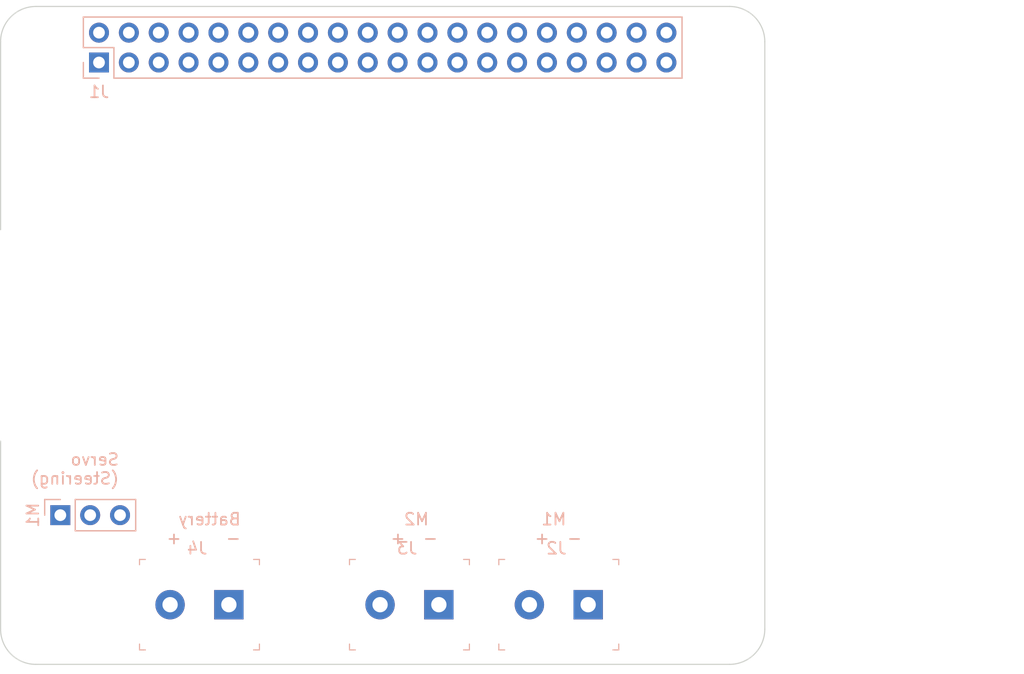
<source format=kicad_pcb>
(kicad_pcb (version 20221018) (generator pcbnew)
  (title_block (title "Raspberry Pi  Motor and Power Hat ") (date "2023-11-15") (rev "v0.0.1") (company "RIT MSD Team 18538"))
  (layers (0 "F.Cu" signal) (31 "B.Cu" signal) (34 "B.Paste" user) (35 "F.Paste" user) (36 "B.SilkS" user "B.Silkscreen") (37 "F.SilkS" user "F.Silkscreen") (38 "B.Mask" user) (39 "F.Mask" user) (44 "Edge.Cuts" user))
  (net 0 "")
  (net 1 "GND")
  (net 2 "/GPIO2{slash}SDA1")
  (net 3 "/GPIO3{slash}SCL1")
  (net 4 "/GPIO4{slash}GPCLK0")
  (net 5 "/GPIO14{slash}TXD0")
  (net 6 "/GPIO15{slash}RXD0")
  (net 7 "/GPIO17")
  (net 8 "/GPIO18{slash}PCM.CLK")
  (net 9 "/GPIO27")
  (net 10 "/GPIO22")
  (net 11 "/GPIO23")
  (net 12 "/GPIO24")
  (net 13 "/GPIO10{slash}SPI0.MOSI")
  (net 14 "/GPIO9{slash}SPI0.MISO")
  (net 15 "/GPIO25")
  (net 16 "/GPIO11{slash}SPI0.SCLK")
  (net 17 "/GPIO8{slash}SPI0.CE0")
  (net 18 "/GPIO7{slash}SPI0.CE1")
  (net 19 "/ID_SDA")
  (net 20 "/ID_SCL")
  (net 21 "/GPIO5")
  (net 22 "/GPIO6")
  (net 23 "/GPIO12{slash}PWM0")
  (net 24 "/GPIO13{slash}PWM1")
  (net 25 "/GPIO19{slash}PCM.FS")
  (net 26 "/GPIO16")
  (net 27 "/GPIO26")
  (net 28 "/GPIO20{slash}PCM.DIN")
  (net 29 "/GPIO21{slash}PCM.DOUT")
  (net 30 "+5V")
  (net 31 "+3V3")
  (net 32 "/Battery-")
  (net 33 "/Battery+")
  (net 34 "/DC_Motor1+")
  (net 35 "/DC_Motor1-")
  (net 36 "/DC_Motor2+")
  (net 37 "/DC_Motor2-")
  (footprint "MountingHole:MountingHole_2.7mm_M2.5" (layer "F.Cu") (at 161.5 47.5)
    (fp_text reference "MH2" hide)
    (fp_text value "MountingHole_2.7mm_M2.5" hide)
    (pad "" np_thru_hole circle locked (at 0 0) (size 2.7 2.7) (drill 2.7) (layers "*.Cu" "*.Mask"))
  )
  (footprint "MountingHole:MountingHole_2.7mm_M2.5" (layer "F.Cu") (at 103.5 96.5)
    (fp_text reference "MH3" hide)
    (fp_text value "MountingHole_2.7mm_M2.5" hide)
    (pad "" np_thru_hole circle locked (at 0 0) (size 2.7 2.7) (drill 2.7) (layers "*.Cu" "*.Mask"))
  )
  (footprint "MountingHole:MountingHole_2.7mm_M2.5" (layer "F.Cu") (at 103.5 47.5)
    (fp_text reference "MH1" hide)
    (fp_text value "MountingHole_2.7mm_M2.5" hide)
    (pad "" np_thru_hole circle locked (at 0 0) (size 2.7 2.7) (drill 2.7) (layers "*.Cu" "*.Mask"))
  )
  (footprint "MountingHole:MountingHole_2.7mm_M2.5" (layer "F.Cu") (at 161.5 96.5)
    (fp_text reference "MH4" hide)
    (fp_text value "MountingHole_2.7mm_M2.5" hide)
    (pad "" np_thru_hole circle locked (at 0 0) (size 2.7 2.7) (drill 2.7) (layers "*.Cu" "*.Mask"))
  )
  (footprint "Connector_PinSocket_2.54mm:PinSocket_2x20_P2.54mm_Vertical" (layer "B.Cu") (at 108.37 48.77 -90)
    (fp_text reference "J1" (at 2.5 0) (layer "B.SilkS") (effects (justify mirror)))
    (fp_text value "GPIO" hide)
    (fp_line (start -3.87 -49.59) (end 1.33 -49.59) (stroke (width 0.12)) (layer "B.SilkS"))
    (fp_line (start -3.87 1.33) (end -3.87 -49.59) (stroke (width 0.12)) (layer "B.SilkS"))
    (fp_line (start -3.87 1.33) (end -1.27 1.33) (stroke (width 0.12)) (layer "B.SilkS"))
    (fp_line (start -1.27 -1.27) (end 1.33 -1.27) (stroke (width 0.12)) (layer "B.SilkS"))
    (fp_line (start -1.27 1.33) (end -1.27 -1.27) (stroke (width 0.12)) (layer "B.SilkS"))
    (fp_line (start 0 1.33) (end 1.33 1.33) (stroke (width 0.12)) (layer "B.SilkS"))
    (fp_line (start 1.33 -1.27) (end 1.33 -49.59) (stroke (width 0.12)) (layer "B.SilkS"))
    (fp_line (start 1.33 1.33) (end 1.33 0) (stroke (width 0.12)) (layer "B.SilkS"))
    (pad "1" thru_hole rect (at 0 0 270) (size 1.7 1.7) (drill 1) (layers "*.Cu" "*.Mask") (net 31 "+3V3"))
    (pad "2" thru_hole oval (at -2.54 0 270) (size 1.7 1.7) (drill 1) (layers "*.Cu" "*.Mask") (net 30 "+5V"))
    (pad "3" thru_hole oval (at 0 -2.54 270) (size 1.7 1.7) (drill 1) (layers "*.Cu" "*.Mask") (net 2 "/GPIO2{slash}SDA1"))
    (pad "4" thru_hole oval (at -2.54 -2.54 270) (size 1.7 1.7) (drill 1) (layers "*.Cu" "*.Mask") (net 30 "+5V"))
    (pad "5" thru_hole oval (at 0 -5.08 270) (size 1.7 1.7) (drill 1) (layers "*.Cu" "*.Mask") (net 3 "/GPIO3{slash}SCL1"))
    (pad "6" thru_hole oval (at -2.54 -5.08 270) (size 1.7 1.7) (drill 1) (layers "*.Cu" "*.Mask") (net 1 "GND"))
    (pad "7" thru_hole oval (at 0 -7.62 270) (size 1.7 1.7) (drill 1) (layers "*.Cu" "*.Mask") (net 4 "/GPIO4{slash}GPCLK0"))
    (pad "8" thru_hole oval (at -2.54 -7.62 270) (size 1.7 1.7) (drill 1) (layers "*.Cu" "*.Mask") (net 5 "/GPIO14{slash}TXD0"))
    (pad "9" thru_hole oval (at 0 -10.16 270) (size 1.7 1.7) (drill 1) (layers "*.Cu" "*.Mask") (net 1 "GND"))
    (pad "10" thru_hole oval (at -2.54 -10.16 270) (size 1.7 1.7) (drill 1) (layers "*.Cu" "*.Mask") (net 6 "/GPIO15{slash}RXD0"))
    (pad "11" thru_hole oval (at 0 -12.7 270) (size 1.7 1.7) (drill 1) (layers "*.Cu" "*.Mask") (net 7 "/GPIO17"))
    (pad "12" thru_hole oval (at -2.54 -12.7 270) (size 1.7 1.7) (drill 1) (layers "*.Cu" "*.Mask") (net 8 "/GPIO18{slash}PCM.CLK"))
    (pad "13" thru_hole oval (at 0 -15.24 270) (size 1.7 1.7) (drill 1) (layers "*.Cu" "*.Mask") (net 9 "/GPIO27"))
    (pad "14" thru_hole oval (at -2.54 -15.24 270) (size 1.7 1.7) (drill 1) (layers "*.Cu" "*.Mask") (net 1 "GND"))
    (pad "15" thru_hole oval (at 0 -17.78 270) (size 1.7 1.7) (drill 1) (layers "*.Cu" "*.Mask") (net 10 "/GPIO22"))
    (pad "16" thru_hole oval (at -2.54 -17.78 270) (size 1.7 1.7) (drill 1) (layers "*.Cu" "*.Mask") (net 11 "/GPIO23"))
    (pad "17" thru_hole oval (at 0 -20.32 270) (size 1.7 1.7) (drill 1) (layers "*.Cu" "*.Mask") (net 31 "+3V3"))
    (pad "18" thru_hole oval (at -2.54 -20.32 270) (size 1.7 1.7) (drill 1) (layers "*.Cu" "*.Mask") (net 12 "/GPIO24"))
    (pad "19" thru_hole oval (at 0 -22.86 270) (size 1.7 1.7) (drill 1) (layers "*.Cu" "*.Mask") (net 13 "/GPIO10{slash}SPI0.MOSI"))
    (pad "20" thru_hole oval (at -2.54 -22.86 270) (size 1.7 1.7) (drill 1) (layers "*.Cu" "*.Mask") (net 1 "GND"))
    (pad "21" thru_hole oval (at 0 -25.4 270) (size 1.7 1.7) (drill 1) (layers "*.Cu" "*.Mask") (net 14 "/GPIO9{slash}SPI0.MISO"))
    (pad "22" thru_hole oval (at -2.54 -25.4 270) (size 1.7 1.7) (drill 1) (layers "*.Cu" "*.Mask") (net 15 "/GPIO25"))
    (pad "23" thru_hole oval (at 0 -27.94 270) (size 1.7 1.7) (drill 1) (layers "*.Cu" "*.Mask") (net 16 "/GPIO11{slash}SPI0.SCLK"))
    (pad "24" thru_hole oval (at -2.54 -27.94 270) (size 1.7 1.7) (drill 1) (layers "*.Cu" "*.Mask") (net 17 "/GPIO8{slash}SPI0.CE0"))
    (pad "25" thru_hole oval (at 0 -30.48 270) (size 1.7 1.7) (drill 1) (layers "*.Cu" "*.Mask") (net 1 "GND"))
    (pad "26" thru_hole oval (at -2.54 -30.48 270) (size 1.7 1.7) (drill 1) (layers "*.Cu" "*.Mask") (net 18 "/GPIO7{slash}SPI0.CE1"))
    (pad "27" thru_hole oval (at 0 -33.02 270) (size 1.7 1.7) (drill 1) (layers "*.Cu" "*.Mask") (net 19 "/ID_SDA"))
    (pad "28" thru_hole oval (at -2.54 -33.02 270) (size 1.7 1.7) (drill 1) (layers "*.Cu" "*.Mask") (net 20 "/ID_SCL"))
    (pad "29" thru_hole oval (at 0 -35.56 270) (size 1.7 1.7) (drill 1) (layers "*.Cu" "*.Mask") (net 21 "/GPIO5"))
    (pad "30" thru_hole oval (at -2.54 -35.56 270) (size 1.7 1.7) (drill 1) (layers "*.Cu" "*.Mask") (net 1 "GND"))
    (pad "31" thru_hole oval (at 0 -38.1 270) (size 1.7 1.7) (drill 1) (layers "*.Cu" "*.Mask") (net 22 "/GPIO6"))
    (pad "32" thru_hole oval (at -2.54 -38.1 270) (size 1.7 1.7) (drill 1) (layers "*.Cu" "*.Mask") (net 23 "/GPIO12{slash}PWM0"))
    (pad "33" thru_hole oval (at 0 -40.64 270) (size 1.7 1.7) (drill 1) (layers "*.Cu" "*.Mask") (net 24 "/GPIO13{slash}PWM1"))
    (pad "34" thru_hole oval (at -2.54 -40.64 270) (size 1.7 1.7) (drill 1) (layers "*.Cu" "*.Mask") (net 1 "GND"))
    (pad "35" thru_hole oval (at 0 -43.18 270) (size 1.7 1.7) (drill 1) (layers "*.Cu" "*.Mask") (net 25 "/GPIO19{slash}PCM.FS"))
    (pad "36" thru_hole oval (at -2.54 -43.18 270) (size 1.7 1.7) (drill 1) (layers "*.Cu" "*.Mask") (net 26 "/GPIO16"))
    (pad "37" thru_hole oval (at 0 -45.72 270) (size 1.7 1.7) (drill 1) (layers "*.Cu" "*.Mask") (net 27 "/GPIO26"))
    (pad "38" thru_hole oval (at -2.54 -45.72 270) (size 1.7 1.7) (drill 1) (layers "*.Cu" "*.Mask") (net 28 "/GPIO20{slash}PCM.DIN"))
    (pad "39" thru_hole oval (at 0 -48.26 270) (size 1.7 1.7) (drill 1) (layers "*.Cu" "*.Mask") (net 1 "GND"))
    (pad "40" thru_hole oval (at -2.54 -48.26 270) (size 1.7 1.7) (drill 1) (layers "*.Cu" "*.Mask") (net 29 "/GPIO21{slash}PCM.DOUT"))
  )
  (footprint "digikey-footprints:Term_Block_1x2_P5mm" (layer "B.Cu") (at 119.41675 94.92 180)
    (fp_text reference "J4" (at 2.7 4.8) (layer "B.SilkS") (effects (justify mirror)))
    (fp_text value "OSTTC020162")
    (fp_line (start -2.6 -3.85) (end -2.6 -3.35) (stroke (width 0.1)) (layer "B.SilkS"))
    (fp_line (start -2.6 -3.85) (end -2.1 -3.85) (stroke (width 0.1)) (layer "B.SilkS"))
    (fp_line (start -2.6 3.85) (end -2.6 3.4) (stroke (width 0.1)) (layer "B.SilkS"))
    (fp_line (start -2.6 3.85) (end -2.1 3.85) (stroke (width 0.1)) (layer "B.SilkS"))
    (fp_line (start 7.6 -3.85) (end 7.1 -3.85) (stroke (width 0.1)) (layer "B.SilkS"))
    (fp_line (start 7.6 -3.85) (end 7.6 -3.35) (stroke (width 0.1)) (layer "B.SilkS"))
    (fp_line (start 7.6 3.85) (end 7.1 3.85) (stroke (width 0.1)) (layer "B.SilkS"))
    (fp_line (start 7.6 3.85) (end 7.6 3.4) (stroke (width 0.1)) (layer "B.SilkS"))
    (pad "1" thru_hole rect (at 0 0 180) (size 2.5 2.5) (drill 1.3) (layers "*.Cu" "*.Mask") (net 36 "/DC_Motor2+"))
    (pad "2" thru_hole circle (at 5 0 180) (size 2.5 2.5) (drill 1.3) (layers "*.Cu" "*.Mask") (net 37 "/DC_Motor2-"))
  )
  (footprint "Connector_PinHeader_2.54mm:PinHeader_1x03_P2.54mm_Vertical" (layer "B.Cu") (at 105.08 87.3 -90)
    (fp_text reference "M1" (at 0 2.33 90) (layer "B.SilkS") (effects (justify mirror)))
    (fp_text value "Motor_Servo")
    (fp_line (start -1.33 -6.41) (end 1.33 -6.41) (stroke (width 0.12)) (layer "B.SilkS"))
    (fp_line (start -1.33 -1.27) (end -1.33 -6.41) (stroke (width 0.12)) (layer "B.SilkS"))
    (fp_line (start -1.33 -1.27) (end 1.33 -1.27) (stroke (width 0.12)) (layer "B.SilkS"))
    (fp_line (start -1.33 0) (end -1.33 1.33) (stroke (width 0.12)) (layer "B.SilkS"))
    (fp_line (start -1.33 1.33) (end 0 1.33) (stroke (width 0.12)) (layer "B.SilkS"))
    (fp_line (start 1.33 -1.27) (end 1.33 -6.41) (stroke (width 0.12)) (layer "B.SilkS"))
    (pad "1" thru_hole rect (at 0 0 270) (size 1.7 1.7) (drill 1) (layers "*.Cu" "*.Mask"))
    (pad "2" thru_hole oval (at 0 -2.54 270) (size 1.7 1.7) (drill 1) (layers "*.Cu" "*.Mask"))
    (pad "3" thru_hole oval (at 0 -5.08 270) (size 1.7 1.7) (drill 1) (layers "*.Cu" "*.Mask"))
  )
  (footprint "digikey-footprints:Term_Block_1x2_P5mm" (layer "B.Cu") (at 149.97675 94.92 180)
    (fp_text reference "J2" (at 2.7 4.8) (layer "B.SilkS") (effects (justify mirror)))
    (fp_text value "OSTTC020162")
    (fp_line (start -2.6 -3.85) (end -2.6 -3.35) (stroke (width 0.1)) (layer "B.SilkS"))
    (fp_line (start -2.6 -3.85) (end -2.1 -3.85) (stroke (width 0.1)) (layer "B.SilkS"))
    (fp_line (start -2.6 3.85) (end -2.6 3.4) (stroke (width 0.1)) (layer "B.SilkS"))
    (fp_line (start -2.6 3.85) (end -2.1 3.85) (stroke (width 0.1)) (layer "B.SilkS"))
    (fp_line (start 7.6 -3.85) (end 7.1 -3.85) (stroke (width 0.1)) (layer "B.SilkS"))
    (fp_line (start 7.6 -3.85) (end 7.6 -3.35) (stroke (width 0.1)) (layer "B.SilkS"))
    (fp_line (start 7.6 3.85) (end 7.1 3.85) (stroke (width 0.1)) (layer "B.SilkS"))
    (fp_line (start 7.6 3.85) (end 7.6 3.4) (stroke (width 0.1)) (layer "B.SilkS"))
    (pad "1" thru_hole rect (at 0 0 180) (size 2.5 2.5) (drill 1.3) (layers "*.Cu" "*.Mask") (net 32 "/Battery-"))
    (pad "2" thru_hole circle (at 5 0 180) (size 2.5 2.5) (drill 1.3) (layers "*.Cu" "*.Mask") (net 33 "/Battery+"))
  )
  (footprint "digikey-footprints:Term_Block_1x2_P5mm" (layer "B.Cu") (at 137.27675 94.92 180)
    (fp_text reference "J3" (at 2.7 4.8) (layer "B.SilkS") (effects (justify mirror)))
    (fp_text value "OSTTC020162")
    (fp_line (start -2.6 -3.85) (end -2.6 -3.35) (stroke (width 0.1)) (layer "B.SilkS"))
    (fp_line (start -2.6 -3.85) (end -2.1 -3.85) (stroke (width 0.1)) (layer "B.SilkS"))
    (fp_line (start -2.6 3.85) (end -2.6 3.4) (stroke (width 0.1)) (layer "B.SilkS"))
    (fp_line (start -2.6 3.85) (end -2.1 3.85) (stroke (width 0.1)) (layer "B.SilkS"))
    (fp_line (start 7.6 -3.85) (end 7.1 -3.85) (stroke (width 0.1)) (layer "B.SilkS"))
    (fp_line (start 7.6 -3.85) (end 7.6 -3.35) (stroke (width 0.1)) (layer "B.SilkS"))
    (fp_line (start 7.6 3.85) (end 7.1 3.85) (stroke (width 0.1)) (layer "B.SilkS"))
    (fp_line (start 7.6 3.85) (end 7.6 3.4) (stroke (width 0.1)) (layer "B.SilkS"))
    (pad "1" thru_hole rect (at 0 0 180) (size 2.5 2.5) (drill 1.3) (layers "*.Cu" "*.Mask") (net 34 "/DC_Motor1+"))
    (pad "2" thru_hole circle (at 5 0 180) (size 2.5 2.5) (drill 1.3) (layers "*.Cu" "*.Mask") (net 35 "/DC_Motor1-"))
  )
  (gr_arc (start 162 44) (mid 164.12132 44.87868) (end 165 47) (stroke (width 0.1)) (layer "Edge.Cuts"))
  (gr_line (start 165 97) (end 165 47) (stroke (width 0.1)) (layer "Edge.Cuts"))
  (gr_line (start 100 47) (end 100 63) (stroke (width 0.1)) (layer "Edge.Cuts"))
  (gr_arc (start 103 100) (mid 100.87868 99.12132) (end 100 97) (stroke (width 0.1)) (layer "Edge.Cuts"))
  (gr_line (start 103 100) (end 162 100) (stroke (width 0.1)) (layer "Edge.Cuts"))
  (gr_arc (start 165 97) (mid 164.12132 99.12132) (end 162 100) (stroke (width 0.1)) (layer "Edge.Cuts"))
  (gr_arc (start 100 47) (mid 100.87868 44.87868) (end 103 44) (stroke (width 0.1)) (layer "Edge.Cuts"))
  (gr_line (start 100 81) (end 100 97) (stroke (width 0.1)) (layer "Edge.Cuts"))
  (gr_line (start 162 44) (end 103 44) (stroke (width 0.1)) (layer "Edge.Cuts"))
  (gr_text " M2\n-  +" (at 137.27675 89.84) (layer "B.SilkS") (effects (font (size 1 1)) (justify left bottom mirror)))
  (gr_text "Servo\n(Steering)\n" (at 110.16 84.76) (layer "B.SilkS") (effects (font (size 1 1)) (justify left bottom mirror)))
  (gr_text "  Battery\n  -     +" (at 122.03675 89.84) (layer "B.SilkS") (effects (font (size 1 1)) (justify left bottom mirror)))
  (gr_text " M1\n-  +" (at 147.43675 89.84) (layer "B.SilkS") (effects (font (size 1 1)) (justify bottom mirror)))
)
</source>
